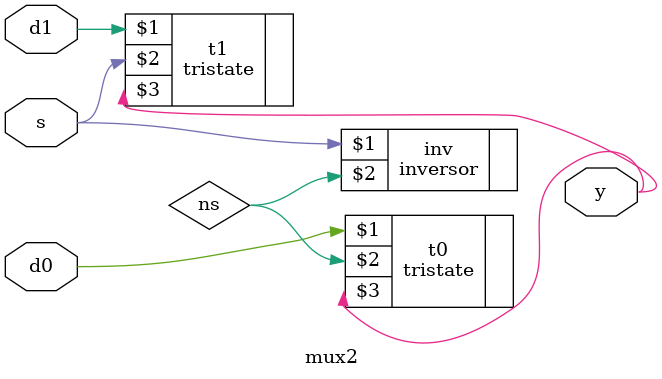
<source format=sv>
module mux2(input logic d0, d1, input logic s, output tri y);
 
 tristate t0(d0, ns, y);
 tristate t1(d1, s, y);
 inversor inv(s, ns);
 
endmodule

</source>
